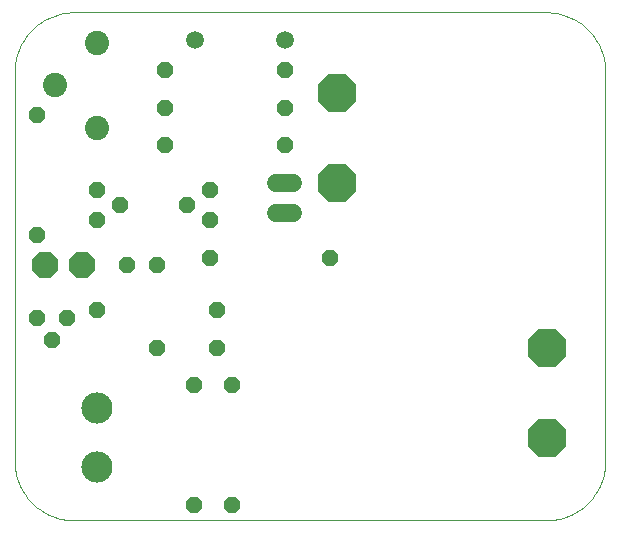
<source format=gbs>
G75*
G70*
%OFA0B0*%
%FSLAX24Y24*%
%IPPOS*%
%LPD*%
%AMOC8*
5,1,8,0,0,1.08239X$1,22.5*
%
%ADD10C,0.0000*%
%ADD11OC8,0.0560*%
%ADD12C,0.0594*%
%ADD13C,0.1040*%
%ADD14C,0.0808*%
%ADD15OC8,0.0890*%
%ADD16OC8,0.1290*%
%ADD17C,0.0600*%
D10*
X002741Y002926D02*
X002741Y010406D01*
X002741Y015918D01*
X002743Y016012D01*
X002750Y016105D01*
X002761Y016198D01*
X002777Y016291D01*
X002797Y016382D01*
X002821Y016473D01*
X002849Y016562D01*
X002882Y016650D01*
X002919Y016736D01*
X002960Y016820D01*
X003005Y016903D01*
X003054Y016983D01*
X003106Y017060D01*
X003162Y017135D01*
X003222Y017207D01*
X003285Y017277D01*
X003351Y017343D01*
X003421Y017406D01*
X003493Y017466D01*
X003568Y017522D01*
X003645Y017574D01*
X003725Y017623D01*
X003808Y017668D01*
X003892Y017709D01*
X003978Y017746D01*
X004066Y017779D01*
X004155Y017807D01*
X004246Y017831D01*
X004337Y017851D01*
X004430Y017867D01*
X004523Y017878D01*
X004616Y017885D01*
X004710Y017887D01*
X010419Y017887D01*
X020458Y017887D01*
X020552Y017885D01*
X020645Y017878D01*
X020738Y017867D01*
X020831Y017851D01*
X020922Y017831D01*
X021013Y017807D01*
X021102Y017779D01*
X021190Y017746D01*
X021276Y017709D01*
X021360Y017668D01*
X021442Y017623D01*
X021523Y017574D01*
X021600Y017522D01*
X021675Y017466D01*
X021747Y017406D01*
X021817Y017343D01*
X021883Y017277D01*
X021946Y017207D01*
X022006Y017135D01*
X022062Y017060D01*
X022114Y016983D01*
X022163Y016902D01*
X022208Y016820D01*
X022249Y016736D01*
X022286Y016650D01*
X022319Y016562D01*
X022347Y016473D01*
X022371Y016382D01*
X022391Y016291D01*
X022407Y016198D01*
X022418Y016105D01*
X022425Y016012D01*
X022427Y015918D01*
X022426Y015918D02*
X022426Y011194D01*
X022426Y002926D01*
X022427Y002926D02*
X022425Y002832D01*
X022418Y002739D01*
X022407Y002646D01*
X022391Y002553D01*
X022371Y002462D01*
X022347Y002371D01*
X022319Y002282D01*
X022286Y002194D01*
X022249Y002108D01*
X022208Y002024D01*
X022163Y001942D01*
X022114Y001861D01*
X022062Y001784D01*
X022006Y001709D01*
X021946Y001637D01*
X021883Y001567D01*
X021817Y001501D01*
X021747Y001438D01*
X021675Y001378D01*
X021600Y001322D01*
X021523Y001270D01*
X021443Y001221D01*
X021360Y001176D01*
X021276Y001135D01*
X021190Y001098D01*
X021102Y001065D01*
X021013Y001037D01*
X020922Y001013D01*
X020831Y000993D01*
X020738Y000977D01*
X020645Y000966D01*
X020552Y000959D01*
X020458Y000957D01*
X014946Y000957D01*
X004710Y000957D01*
X004616Y000959D01*
X004523Y000966D01*
X004430Y000977D01*
X004337Y000993D01*
X004246Y001013D01*
X004155Y001037D01*
X004066Y001065D01*
X003978Y001098D01*
X003892Y001135D01*
X003808Y001176D01*
X003725Y001221D01*
X003645Y001270D01*
X003568Y001322D01*
X003493Y001378D01*
X003421Y001438D01*
X003351Y001501D01*
X003285Y001567D01*
X003222Y001637D01*
X003162Y001709D01*
X003106Y001784D01*
X003054Y001861D01*
X003005Y001942D01*
X002960Y002024D01*
X002919Y002108D01*
X002882Y002194D01*
X002849Y002282D01*
X002821Y002371D01*
X002797Y002462D01*
X002777Y002553D01*
X002761Y002646D01*
X002750Y002739D01*
X002743Y002832D01*
X002741Y002926D01*
D11*
X007491Y006707D03*
X008704Y005457D03*
X009991Y005457D03*
X009491Y006707D03*
X009491Y007957D03*
X007491Y009457D03*
X006491Y009457D03*
X005491Y010957D03*
X006241Y011457D03*
X005491Y011957D03*
X003491Y010457D03*
X005491Y007957D03*
X004491Y007707D03*
X003991Y006957D03*
X003491Y007707D03*
X008491Y011457D03*
X009241Y010957D03*
X009241Y011957D03*
X007741Y013457D03*
X007741Y014707D03*
X007741Y015957D03*
X011741Y015957D03*
X011741Y014707D03*
X011741Y013457D03*
X013241Y009707D03*
X009241Y009707D03*
X003491Y014457D03*
X008704Y001457D03*
X009991Y001457D03*
D12*
X008741Y016957D03*
X011741Y016957D03*
D13*
X005491Y004692D03*
X005491Y002723D03*
D14*
X005491Y014037D03*
X004071Y015457D03*
X005491Y016877D03*
D15*
X004991Y009457D03*
X003741Y009457D03*
D16*
X013491Y012207D03*
X013491Y015207D03*
X020491Y006707D03*
X020491Y003707D03*
D17*
X012021Y011207D02*
X011461Y011207D01*
X011461Y012207D02*
X012021Y012207D01*
M02*

</source>
